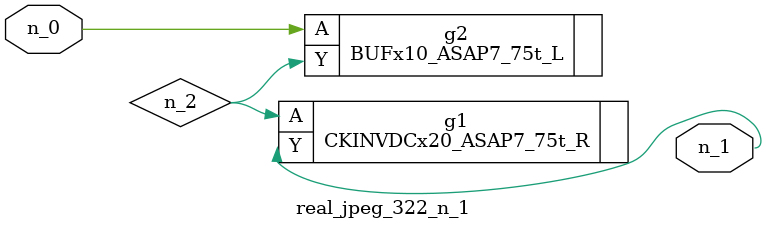
<source format=v>
module real_jpeg_322_n_1 (n_0, n_1);

input n_0;

output n_1;

wire n_2;

BUFx10_ASAP7_75t_L g2 ( 
.A(n_0),
.Y(n_2)
);

CKINVDCx20_ASAP7_75t_R g1 ( 
.A(n_2),
.Y(n_1)
);


endmodule
</source>
